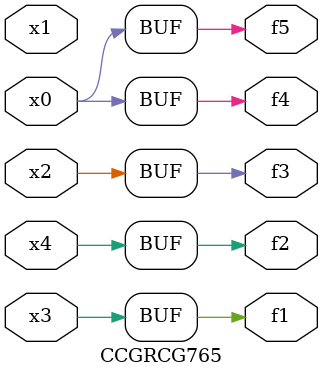
<source format=v>
module CCGRCG765(
	input x0, x1, x2, x3, x4,
	output f1, f2, f3, f4, f5
);
	assign f1 = x3;
	assign f2 = x4;
	assign f3 = x2;
	assign f4 = x0;
	assign f5 = x0;
endmodule

</source>
